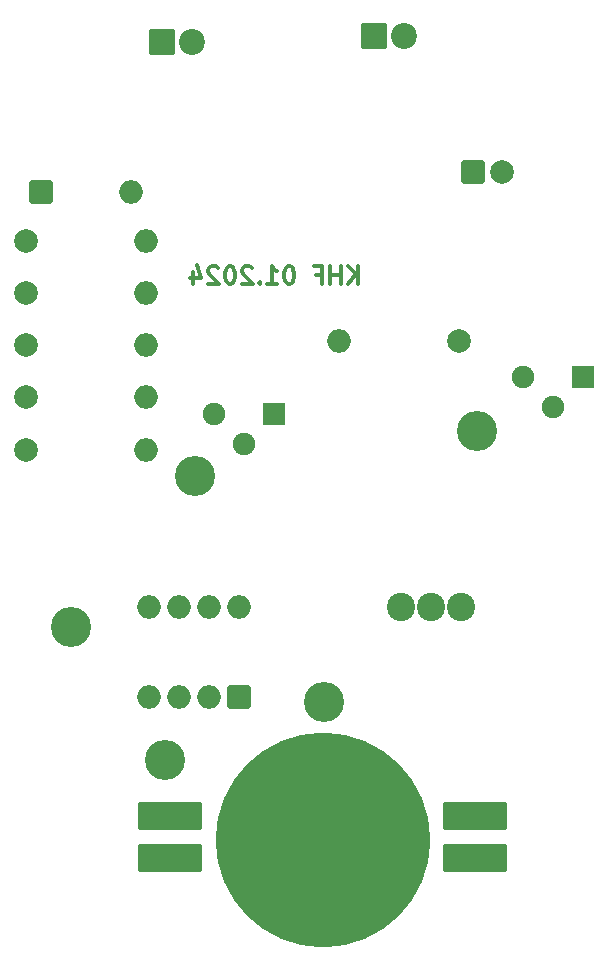
<source format=gbr>
%TF.GenerationSoftware,KiCad,Pcbnew,8.0.1*%
%TF.CreationDate,2024-04-02T10:29:12+02:00*%
%TF.ProjectId,RobiV4,526f6269-5634-42e6-9b69-6361645f7063,rev?*%
%TF.SameCoordinates,Original*%
%TF.FileFunction,Soldermask,Bot*%
%TF.FilePolarity,Negative*%
%FSLAX46Y46*%
G04 Gerber Fmt 4.6, Leading zero omitted, Abs format (unit mm)*
G04 Created by KiCad (PCBNEW 8.0.1) date 2024-04-02 10:29:12*
%MOMM*%
%LPD*%
G01*
G04 APERTURE LIST*
G04 Aperture macros list*
%AMRoundRect*
0 Rectangle with rounded corners*
0 $1 Rounding radius*
0 $2 $3 $4 $5 $6 $7 $8 $9 X,Y pos of 4 corners*
0 Add a 4 corners polygon primitive as box body*
4,1,4,$2,$3,$4,$5,$6,$7,$8,$9,$2,$3,0*
0 Add four circle primitives for the rounded corners*
1,1,$1+$1,$2,$3*
1,1,$1+$1,$4,$5*
1,1,$1+$1,$6,$7*
1,1,$1+$1,$8,$9*
0 Add four rect primitives between the rounded corners*
20,1,$1+$1,$2,$3,$4,$5,0*
20,1,$1+$1,$4,$5,$6,$7,0*
20,1,$1+$1,$6,$7,$8,$9,0*
20,1,$1+$1,$8,$9,$2,$3,0*%
G04 Aperture macros list end*
%ADD10C,0.300000*%
%ADD11RoundRect,0.200000X-0.900000X-0.900000X0.900000X-0.900000X0.900000X0.900000X-0.900000X0.900000X0*%
%ADD12C,2.200000*%
%ADD13RoundRect,0.200000X-0.800000X-0.800000X0.800000X-0.800000X0.800000X0.800000X-0.800000X0.800000X0*%
%ADD14C,2.000000*%
%ADD15O,2.000000X2.000000*%
%ADD16C,1.900000*%
%ADD17RoundRect,0.200000X-0.750000X-0.750000X0.750000X-0.750000X0.750000X0.750000X-0.750000X0.750000X0*%
%ADD18C,2.400000*%
%ADD19RoundRect,0.200000X0.800000X-0.800000X0.800000X0.800000X-0.800000X0.800000X-0.800000X-0.800000X0*%
%ADD20RoundRect,0.200000X-2.500000X-1.000000X2.500000X-1.000000X2.500000X1.000000X-2.500000X1.000000X0*%
%ADD21C,18.180000*%
%ADD22C,3.400000*%
G04 APERTURE END LIST*
D10*
X140055713Y-75778328D02*
X140055713Y-74278328D01*
X139198570Y-75778328D02*
X139841427Y-74921185D01*
X139198570Y-74278328D02*
X140055713Y-75135471D01*
X138555713Y-75778328D02*
X138555713Y-74278328D01*
X138555713Y-74992614D02*
X137698570Y-74992614D01*
X137698570Y-75778328D02*
X137698570Y-74278328D01*
X136484284Y-74992614D02*
X136984284Y-74992614D01*
X136984284Y-75778328D02*
X136984284Y-74278328D01*
X136984284Y-74278328D02*
X136269998Y-74278328D01*
X134269998Y-74278328D02*
X134127141Y-74278328D01*
X134127141Y-74278328D02*
X133984284Y-74349757D01*
X133984284Y-74349757D02*
X133912856Y-74421185D01*
X133912856Y-74421185D02*
X133841427Y-74564042D01*
X133841427Y-74564042D02*
X133769998Y-74849757D01*
X133769998Y-74849757D02*
X133769998Y-75206900D01*
X133769998Y-75206900D02*
X133841427Y-75492614D01*
X133841427Y-75492614D02*
X133912856Y-75635471D01*
X133912856Y-75635471D02*
X133984284Y-75706900D01*
X133984284Y-75706900D02*
X134127141Y-75778328D01*
X134127141Y-75778328D02*
X134269998Y-75778328D01*
X134269998Y-75778328D02*
X134412856Y-75706900D01*
X134412856Y-75706900D02*
X134484284Y-75635471D01*
X134484284Y-75635471D02*
X134555713Y-75492614D01*
X134555713Y-75492614D02*
X134627141Y-75206900D01*
X134627141Y-75206900D02*
X134627141Y-74849757D01*
X134627141Y-74849757D02*
X134555713Y-74564042D01*
X134555713Y-74564042D02*
X134484284Y-74421185D01*
X134484284Y-74421185D02*
X134412856Y-74349757D01*
X134412856Y-74349757D02*
X134269998Y-74278328D01*
X132341427Y-75778328D02*
X133198570Y-75778328D01*
X132769999Y-75778328D02*
X132769999Y-74278328D01*
X132769999Y-74278328D02*
X132912856Y-74492614D01*
X132912856Y-74492614D02*
X133055713Y-74635471D01*
X133055713Y-74635471D02*
X133198570Y-74706900D01*
X131698571Y-75635471D02*
X131627142Y-75706900D01*
X131627142Y-75706900D02*
X131698571Y-75778328D01*
X131698571Y-75778328D02*
X131769999Y-75706900D01*
X131769999Y-75706900D02*
X131698571Y-75635471D01*
X131698571Y-75635471D02*
X131698571Y-75778328D01*
X131055713Y-74421185D02*
X130984285Y-74349757D01*
X130984285Y-74349757D02*
X130841428Y-74278328D01*
X130841428Y-74278328D02*
X130484285Y-74278328D01*
X130484285Y-74278328D02*
X130341428Y-74349757D01*
X130341428Y-74349757D02*
X130269999Y-74421185D01*
X130269999Y-74421185D02*
X130198570Y-74564042D01*
X130198570Y-74564042D02*
X130198570Y-74706900D01*
X130198570Y-74706900D02*
X130269999Y-74921185D01*
X130269999Y-74921185D02*
X131127142Y-75778328D01*
X131127142Y-75778328D02*
X130198570Y-75778328D01*
X129269999Y-74278328D02*
X129127142Y-74278328D01*
X129127142Y-74278328D02*
X128984285Y-74349757D01*
X128984285Y-74349757D02*
X128912857Y-74421185D01*
X128912857Y-74421185D02*
X128841428Y-74564042D01*
X128841428Y-74564042D02*
X128769999Y-74849757D01*
X128769999Y-74849757D02*
X128769999Y-75206900D01*
X128769999Y-75206900D02*
X128841428Y-75492614D01*
X128841428Y-75492614D02*
X128912857Y-75635471D01*
X128912857Y-75635471D02*
X128984285Y-75706900D01*
X128984285Y-75706900D02*
X129127142Y-75778328D01*
X129127142Y-75778328D02*
X129269999Y-75778328D01*
X129269999Y-75778328D02*
X129412857Y-75706900D01*
X129412857Y-75706900D02*
X129484285Y-75635471D01*
X129484285Y-75635471D02*
X129555714Y-75492614D01*
X129555714Y-75492614D02*
X129627142Y-75206900D01*
X129627142Y-75206900D02*
X129627142Y-74849757D01*
X129627142Y-74849757D02*
X129555714Y-74564042D01*
X129555714Y-74564042D02*
X129484285Y-74421185D01*
X129484285Y-74421185D02*
X129412857Y-74349757D01*
X129412857Y-74349757D02*
X129269999Y-74278328D01*
X128198571Y-74421185D02*
X128127143Y-74349757D01*
X128127143Y-74349757D02*
X127984286Y-74278328D01*
X127984286Y-74278328D02*
X127627143Y-74278328D01*
X127627143Y-74278328D02*
X127484286Y-74349757D01*
X127484286Y-74349757D02*
X127412857Y-74421185D01*
X127412857Y-74421185D02*
X127341428Y-74564042D01*
X127341428Y-74564042D02*
X127341428Y-74706900D01*
X127341428Y-74706900D02*
X127412857Y-74921185D01*
X127412857Y-74921185D02*
X128270000Y-75778328D01*
X128270000Y-75778328D02*
X127341428Y-75778328D01*
X126055715Y-74778328D02*
X126055715Y-75778328D01*
X126412857Y-74206900D02*
X126770000Y-75278328D01*
X126770000Y-75278328D02*
X125841429Y-75278328D01*
D11*
%TO.C,D1*%
X123444000Y-55245000D03*
D12*
X125984000Y-55245000D03*
%TD*%
D11*
%TO.C,D2*%
X141351000Y-54737000D03*
D12*
X143891000Y-54737000D03*
%TD*%
D13*
%TO.C,C1*%
X149733000Y-66294000D03*
D14*
X152233000Y-66294000D03*
%TD*%
D13*
%TO.C,D3*%
X113216001Y-67945000D03*
D15*
X120836001Y-67945000D03*
%TD*%
D16*
%TO.C,T1*%
X127863600Y-86766400D03*
X130403600Y-89306400D03*
D17*
X132943600Y-86766400D03*
%TD*%
D16*
%TO.C,T2*%
X153974800Y-83642200D03*
X156514800Y-86182200D03*
D17*
X159054800Y-83642200D03*
%TD*%
D14*
%TO.C,R3*%
X111946001Y-80951400D03*
D15*
X122106001Y-80951400D03*
%TD*%
D14*
%TO.C,R4*%
X111946001Y-85370200D03*
D15*
X122106001Y-85370200D03*
%TD*%
D14*
%TO.C,R5*%
X111946001Y-76532600D03*
D15*
X122106001Y-76532600D03*
%TD*%
D14*
%TO.C,R6*%
X111946001Y-89789000D03*
D15*
X122106001Y-89789000D03*
%TD*%
D14*
%TO.C,R1on1*%
X111946001Y-72113800D03*
D15*
X122106001Y-72113800D03*
%TD*%
D18*
%TO.C,S1*%
X143637000Y-103124000D03*
X146177000Y-103124000D03*
X148717000Y-103124000D03*
%TD*%
D19*
%TO.C,U1*%
X129921000Y-110744000D03*
D15*
X127381000Y-110744000D03*
X124841000Y-110744000D03*
X122301000Y-110744000D03*
X122301000Y-103124000D03*
X124841000Y-103124000D03*
X127381000Y-103124000D03*
X129921000Y-103124000D03*
%TD*%
D20*
%TO.C,U2*%
X124079000Y-120777000D03*
X124079000Y-124333000D03*
X149973000Y-120777000D03*
X149973000Y-124333000D03*
D21*
X137033000Y-122809000D03*
%TD*%
D22*
%TO.C,GND*%
X137160000Y-111125000D03*
%TD*%
%TO.C,VCC*%
X123698000Y-116078000D03*
%TD*%
%TO.C,T2-B*%
X150114000Y-88188800D03*
%TD*%
D14*
%TO.C,R1off1*%
X148590000Y-80568800D03*
D15*
X138430000Y-80568800D03*
%TD*%
D22*
%TO.C,Q*%
X115697000Y-104775000D03*
%TD*%
%TO.C,T1-B*%
X126212600Y-91998800D03*
%TD*%
M02*

</source>
